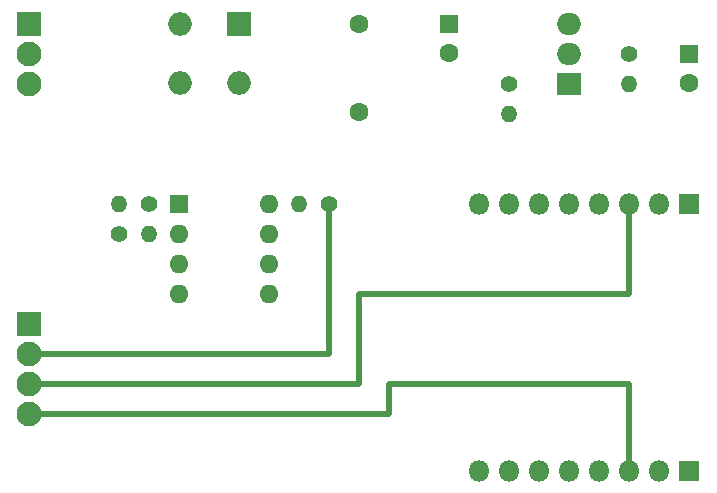
<source format=gbr>
G04 #@! TF.GenerationSoftware,KiCad,Pcbnew,(5.0.1-3-g963ef8bb5)*
G04 #@! TF.CreationDate,2018-12-14T14:37:57+01:00*
G04 #@! TF.ProjectId,WifiDoorBell-D1-mini,57696669446F6F7242656C6C2D44312D,1*
G04 #@! TF.SameCoordinates,Original*
G04 #@! TF.FileFunction,Copper,L1,Top,Signal*
G04 #@! TF.FilePolarity,Positive*
%FSLAX46Y46*%
G04 Gerber Fmt 4.6, Leading zero omitted, Abs format (unit mm)*
G04 Created by KiCad (PCBNEW (5.0.1-3-g963ef8bb5)) date Freitag, 14. Dezember 2018 um 14:37:57*
%MOMM*%
%LPD*%
G01*
G04 APERTURE LIST*
G04 #@! TA.AperFunction,ComponentPad*
%ADD10R,1.800000X1.800000*%
G04 #@! TD*
G04 #@! TA.AperFunction,ComponentPad*
%ADD11O,1.800000X1.800000*%
G04 #@! TD*
G04 #@! TA.AperFunction,ComponentPad*
%ADD12R,1.600000X1.600000*%
G04 #@! TD*
G04 #@! TA.AperFunction,ComponentPad*
%ADD13C,1.600000*%
G04 #@! TD*
G04 #@! TA.AperFunction,ComponentPad*
%ADD14O,2.000000X2.000000*%
G04 #@! TD*
G04 #@! TA.AperFunction,ComponentPad*
%ADD15R,2.000000X2.000000*%
G04 #@! TD*
G04 #@! TA.AperFunction,ComponentPad*
%ADD16O,1.400000X1.400000*%
G04 #@! TD*
G04 #@! TA.AperFunction,ComponentPad*
%ADD17C,1.400000*%
G04 #@! TD*
G04 #@! TA.AperFunction,ComponentPad*
%ADD18R,2.000000X1.905000*%
G04 #@! TD*
G04 #@! TA.AperFunction,ComponentPad*
%ADD19O,2.000000X1.905000*%
G04 #@! TD*
G04 #@! TA.AperFunction,ComponentPad*
%ADD20O,1.600000X1.600000*%
G04 #@! TD*
G04 #@! TA.AperFunction,ComponentPad*
%ADD21R,2.100000X2.100000*%
G04 #@! TD*
G04 #@! TA.AperFunction,ComponentPad*
%ADD22C,2.100000*%
G04 #@! TD*
G04 #@! TA.AperFunction,Conductor*
%ADD23C,0.500000*%
G04 #@! TD*
G04 APERTURE END LIST*
D10*
G04 #@! TO.P,P2,1*
G04 #@! TO.N,/+3.3V*
X119380000Y-96520000D03*
D11*
G04 #@! TO.P,P2,2*
G04 #@! TO.N,/D8*
X116840000Y-96520000D03*
G04 #@! TO.P,P2,3*
G04 #@! TO.N,/D7*
X114300000Y-96520000D03*
G04 #@! TO.P,P2,4*
G04 #@! TO.N,/D6*
X111760000Y-96520000D03*
G04 #@! TO.P,P2,5*
G04 #@! TO.N,/D5*
X109220000Y-96520000D03*
G04 #@! TO.P,P2,6*
G04 #@! TO.N,/D0*
X106680000Y-96520000D03*
G04 #@! TO.P,P2,7*
G04 #@! TO.N,/A0*
X104140000Y-96520000D03*
G04 #@! TO.P,P2,8*
G04 #@! TO.N,/RST*
X101600000Y-96520000D03*
G04 #@! TD*
D12*
G04 #@! TO.P,C1,1*
G04 #@! TO.N,Net-(C1-Pad1)*
X99060000Y-81280000D03*
D13*
G04 #@! TO.P,C1,2*
G04 #@! TO.N,GND*
X99060000Y-83780000D03*
G04 #@! TD*
G04 #@! TO.P,C2,1*
G04 #@! TO.N,Net-(C1-Pad1)*
X91440000Y-81280000D03*
G04 #@! TO.P,C2,2*
G04 #@! TO.N,GND*
X91440000Y-88780000D03*
G04 #@! TD*
G04 #@! TO.P,C4,2*
G04 #@! TO.N,GND*
X119380000Y-86320000D03*
D12*
G04 #@! TO.P,C4,1*
G04 #@! TO.N,/+5V*
X119380000Y-83820000D03*
G04 #@! TD*
D14*
G04 #@! TO.P,D1,4*
G04 #@! TO.N,/Doorbell-Trafo-B*
X81280000Y-86280000D03*
G04 #@! TO.P,D1,2*
G04 #@! TO.N,/Doorbell-Trafo-A*
X76280000Y-81280000D03*
G04 #@! TO.P,D1,3*
G04 #@! TO.N,GND*
X76280000Y-86280000D03*
D15*
G04 #@! TO.P,D1,1*
G04 #@! TO.N,Net-(C1-Pad1)*
X81280000Y-81280000D03*
G04 #@! TD*
D16*
G04 #@! TO.P,R1,2*
G04 #@! TO.N,/Doorbell-Trafo-B*
X71120000Y-96520000D03*
D17*
G04 #@! TO.P,R1,1*
G04 #@! TO.N,Net-(R1-Pad1)*
X73660000Y-96520000D03*
G04 #@! TD*
G04 #@! TO.P,R2,1*
G04 #@! TO.N,/Doorbell-Button*
X71120000Y-99060000D03*
D16*
G04 #@! TO.P,R2,2*
G04 #@! TO.N,Net-(R2-Pad2)*
X73660000Y-99060000D03*
G04 #@! TD*
D17*
G04 #@! TO.P,R3,1*
G04 #@! TO.N,Net-(R3-Pad1)*
X104140000Y-86360000D03*
D16*
G04 #@! TO.P,R3,2*
G04 #@! TO.N,GND*
X104140000Y-88900000D03*
G04 #@! TD*
G04 #@! TO.P,R4,2*
G04 #@! TO.N,Net-(R3-Pad1)*
X114300000Y-86360000D03*
D17*
G04 #@! TO.P,R4,1*
G04 #@! TO.N,/+5V*
X114300000Y-83820000D03*
G04 #@! TD*
G04 #@! TO.P,R5,1*
G04 #@! TO.N,/+3.3V*
X88900000Y-96520000D03*
D16*
G04 #@! TO.P,R5,2*
G04 #@! TO.N,/D1*
X86360000Y-96520000D03*
G04 #@! TD*
D18*
G04 #@! TO.P,U1,1*
G04 #@! TO.N,Net-(R3-Pad1)*
X109220000Y-86360000D03*
D19*
G04 #@! TO.P,U1,2*
G04 #@! TO.N,/+5V*
X109220000Y-83820000D03*
G04 #@! TO.P,U1,3*
G04 #@! TO.N,Net-(C1-Pad1)*
X109220000Y-81280000D03*
G04 #@! TD*
D12*
G04 #@! TO.P,U2,1*
G04 #@! TO.N,Net-(R1-Pad1)*
X76200000Y-96520000D03*
D20*
G04 #@! TO.P,U2,5*
G04 #@! TO.N,GND*
X83820000Y-104140000D03*
G04 #@! TO.P,U2,2*
G04 #@! TO.N,Net-(R2-Pad2)*
X76200000Y-99060000D03*
G04 #@! TO.P,U2,6*
G04 #@! TO.N,/D1*
X83820000Y-101600000D03*
G04 #@! TO.P,U2,3*
G04 #@! TO.N,Net-(R2-Pad2)*
X76200000Y-101600000D03*
G04 #@! TO.P,U2,7*
G04 #@! TO.N,GND*
X83820000Y-99060000D03*
G04 #@! TO.P,U2,4*
G04 #@! TO.N,Net-(R1-Pad1)*
X76200000Y-104140000D03*
G04 #@! TO.P,U2,8*
G04 #@! TO.N,/D1*
X83820000Y-96520000D03*
G04 #@! TD*
D10*
G04 #@! TO.P,P1,1*
G04 #@! TO.N,/+5V*
X119380000Y-119130696D03*
D11*
G04 #@! TO.P,P1,2*
G04 #@! TO.N,GND*
X116840000Y-119130696D03*
G04 #@! TO.P,P1,3*
G04 #@! TO.N,/D4*
X114300000Y-119130696D03*
G04 #@! TO.P,P1,4*
G04 #@! TO.N,/D3*
X111760000Y-119130696D03*
G04 #@! TO.P,P1,5*
G04 #@! TO.N,/D2*
X109220000Y-119130696D03*
G04 #@! TO.P,P1,6*
G04 #@! TO.N,/D1*
X106680000Y-119130696D03*
G04 #@! TO.P,P1,7*
G04 #@! TO.N,/RX*
X104140000Y-119130696D03*
G04 #@! TO.P,P1,8*
G04 #@! TO.N,/TX*
X101600000Y-119130696D03*
G04 #@! TD*
D21*
G04 #@! TO.P,J1,1*
G04 #@! TO.N,/Doorbell-Trafo-A*
X63500000Y-81280000D03*
D22*
G04 #@! TO.P,J1,2*
G04 #@! TO.N,/Doorbell-Trafo-B*
X63500000Y-83820000D03*
G04 #@! TO.P,J1,3*
G04 #@! TO.N,/Doorbell-Button*
X63500000Y-86360000D03*
G04 #@! TD*
D21*
G04 #@! TO.P,J2,1*
G04 #@! TO.N,GND*
X63500000Y-106680000D03*
D22*
G04 #@! TO.P,J2,2*
G04 #@! TO.N,/+3.3V*
X63500000Y-109220000D03*
G04 #@! TO.P,J2,3*
G04 #@! TO.N,/D7*
X63500000Y-111760000D03*
G04 #@! TO.P,J2,4*
G04 #@! TO.N,/D4*
X63500000Y-114300000D03*
G04 #@! TD*
D23*
G04 #@! TO.N,/D4*
X93980000Y-114300000D02*
X93980000Y-111760000D01*
X93980000Y-111760000D02*
X114300000Y-111760000D01*
X114300000Y-111760000D02*
X114300000Y-119130696D01*
X71120000Y-114300000D02*
X93980000Y-114300000D01*
X71120000Y-114300000D02*
X63500000Y-114300000D01*
G04 #@! TO.N,/+3.3V*
X71120000Y-109220000D02*
X88900000Y-109220000D01*
X88900000Y-109220000D02*
X88900000Y-96520000D01*
X71120000Y-109220000D02*
X63500000Y-109220000D01*
G04 #@! TO.N,/D7*
X63500000Y-111760000D02*
X91440000Y-111760000D01*
X91440000Y-111760000D02*
X91440000Y-104140000D01*
X91440000Y-104140000D02*
X114300000Y-104140000D01*
X114300000Y-104140000D02*
X114300000Y-96520000D01*
G04 #@! TD*
M02*

</source>
